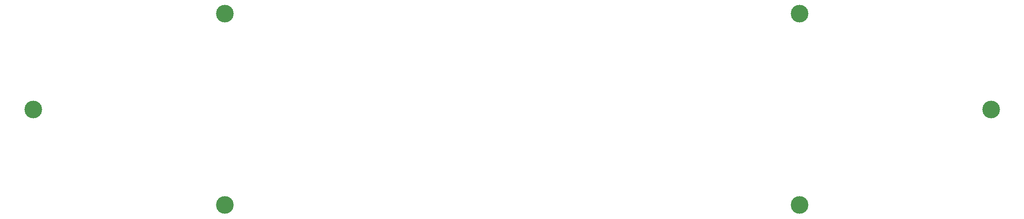
<source format=gbr>
G04 #@! TF.GenerationSoftware,KiCad,Pcbnew,(5.1.2-1)-1*
G04 #@! TF.CreationDate,2020-03-21T09:14:12-05:00*
G04 #@! TF.ProjectId,therick48_top_plate,74686572-6963-46b3-9438-5f746f705f70,rev?*
G04 #@! TF.SameCoordinates,Original*
G04 #@! TF.FileFunction,Copper,L1,Top*
G04 #@! TF.FilePolarity,Positive*
%FSLAX46Y46*%
G04 Gerber Fmt 4.6, Leading zero omitted, Abs format (unit mm)*
G04 Created by KiCad (PCBNEW (5.1.2-1)-1) date 2020-03-21 09:14:12*
%MOMM*%
%LPD*%
G04 APERTURE LIST*
%ADD10C,3.500000*%
G04 APERTURE END LIST*
D10*
X254980000Y-72580000D03*
X216980000Y-91580000D03*
X216980000Y-53580000D03*
X102980000Y-91580000D03*
X102980000Y-53580000D03*
X64929200Y-72580000D03*
M02*

</source>
